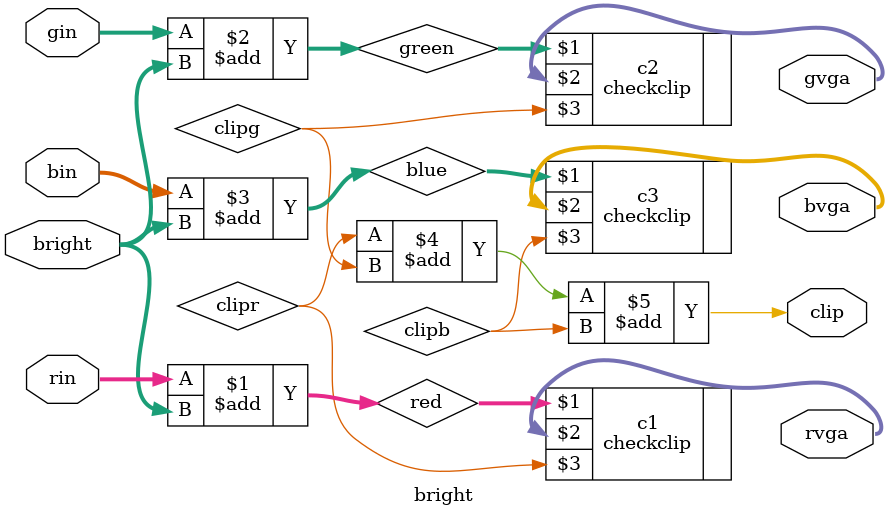
<source format=v>

module bright(rin,gin,bin,bright,rvga,gvga,bvga,clip);
	input [7:0] rin,gin,bin,bright;
	output [7:0] rvga;
	output [7:0] gvga;
	output [7:0] bvga;
	output clip;
	wire [8:0] red,green,blue;
	assign red = rin+bright;
	assign green = gin+bright;
	assign blue = bin+bright;

	// check that none of the colours are clipping, if they are clipping output 255
	checkclip c1 (red, rvga, clipr);
	checkclip c2 (green, gvga, clipg);
	checkclip c3 (blue, bvga, clipb);

	assign clip = clipr + clipg + clipb;

endmodule

</source>
